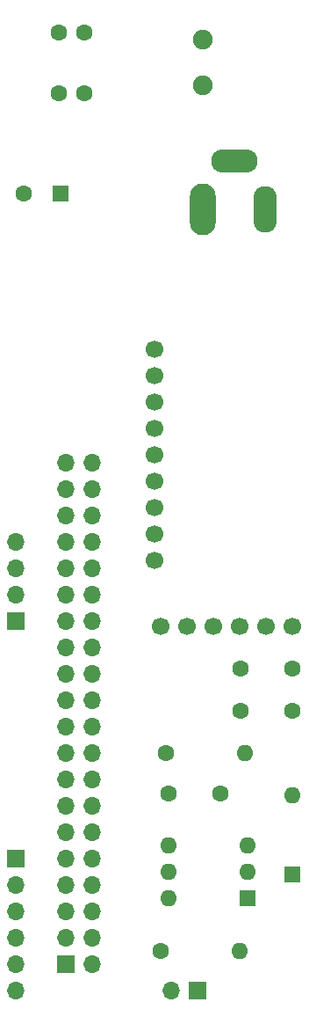
<source format=gts>
%TF.GenerationSoftware,KiCad,Pcbnew,5.99.0+really5.1.9+dfsg1-1*%
%TF.CreationDate,2021-05-09T00:21:48+10:00*%
%TF.ProjectId,minisynth32,6d696e69-7379-46e7-9468-33322e6b6963,1.0*%
%TF.SameCoordinates,Original*%
%TF.FileFunction,Soldermask,Top*%
%TF.FilePolarity,Negative*%
%FSLAX46Y46*%
G04 Gerber Fmt 4.6, Leading zero omitted, Abs format (unit mm)*
G04 Created by KiCad (PCBNEW 5.99.0+really5.1.9+dfsg1-1) date 2021-05-09 00:21:48*
%MOMM*%
%LPD*%
G01*
G04 APERTURE LIST*
%ADD10C,1.905000*%
%ADD11C,1.600200*%
%ADD12O,1.700000X1.700000*%
%ADD13R,1.700000X1.700000*%
%ADD14O,4.500000X2.250000*%
%ADD15O,2.250000X4.500000*%
%ADD16O,2.500000X5.000000*%
%ADD17C,1.700000*%
%ADD18O,1.600000X1.600000*%
%ADD19R,1.600000X1.600000*%
%ADD20C,1.600000*%
G04 APERTURE END LIST*
D10*
%TO.C,SW2*%
X150114000Y-47688500D03*
X150114000Y-52082700D03*
D11*
X138684000Y-46939200D03*
X136194800Y-46939200D03*
X138684000Y-52832000D03*
X136194800Y-52832000D03*
%TD*%
D12*
%TO.C,J5*%
X147066000Y-139192000D03*
D13*
X149606000Y-139192000D03*
%TD*%
D12*
%TO.C,J4*%
X132080000Y-96012000D03*
X132080000Y-98552000D03*
X132080000Y-101092000D03*
D13*
X132080000Y-103632000D03*
%TD*%
D14*
%TO.C,J3*%
X153114000Y-59308000D03*
D15*
X156114000Y-64008000D03*
D16*
X150114000Y-64008000D03*
%TD*%
D12*
%TO.C,J1*%
X132080000Y-139192000D03*
X132080000Y-136652000D03*
X132080000Y-134112000D03*
X132080000Y-131572000D03*
X132080000Y-129032000D03*
D13*
X132080000Y-126492000D03*
%TD*%
D17*
%TO.C,A1*%
X158750000Y-104140000D03*
X156210000Y-104140000D03*
X153670000Y-104140000D03*
X151130000Y-104140000D03*
X148590000Y-104140000D03*
X146050000Y-104140000D03*
X145415000Y-77470000D03*
X145415000Y-80010000D03*
X145415000Y-82550000D03*
X145415000Y-85090000D03*
X145415000Y-87630000D03*
X145415000Y-90170000D03*
X145415000Y-92710000D03*
X145415000Y-95250000D03*
X145415000Y-97790000D03*
%TD*%
D18*
%TO.C,U1*%
X146812000Y-130302000D03*
X154432000Y-125222000D03*
X146812000Y-127762000D03*
X154432000Y-127762000D03*
X146812000Y-125222000D03*
D19*
X154432000Y-130302000D03*
%TD*%
D18*
%TO.C,R2*%
X153670000Y-135382000D03*
D20*
X146050000Y-135382000D03*
%TD*%
D18*
%TO.C,R1*%
X154178000Y-116332000D03*
D20*
X146558000Y-116332000D03*
%TD*%
D12*
%TO.C,J2*%
X139446000Y-88392000D03*
X136906000Y-88392000D03*
X139446000Y-90932000D03*
X136906000Y-90932000D03*
X139446000Y-93472000D03*
X136906000Y-93472000D03*
X139446000Y-96012000D03*
X136906000Y-96012000D03*
X139446000Y-98552000D03*
X136906000Y-98552000D03*
X139446000Y-101092000D03*
X136906000Y-101092000D03*
X139446000Y-103632000D03*
X136906000Y-103632000D03*
X139446000Y-106172000D03*
X136906000Y-106172000D03*
X139446000Y-108712000D03*
X136906000Y-108712000D03*
X139446000Y-111252000D03*
X136906000Y-111252000D03*
X139446000Y-113792000D03*
X136906000Y-113792000D03*
X139446000Y-116332000D03*
X136906000Y-116332000D03*
X139446000Y-118872000D03*
X136906000Y-118872000D03*
X139446000Y-121412000D03*
X136906000Y-121412000D03*
X139446000Y-123952000D03*
X136906000Y-123952000D03*
X139446000Y-126492000D03*
X136906000Y-126492000D03*
X139446000Y-129032000D03*
X136906000Y-129032000D03*
X139446000Y-131572000D03*
X136906000Y-131572000D03*
X139446000Y-134112000D03*
X136906000Y-134112000D03*
X139446000Y-136652000D03*
D13*
X136906000Y-136652000D03*
%TD*%
D18*
%TO.C,D1*%
X158750000Y-120396000D03*
D19*
X158750000Y-128016000D03*
%TD*%
D20*
%TO.C,C4*%
X153750000Y-112268000D03*
X158750000Y-112268000D03*
%TD*%
%TO.C,C3*%
X153750000Y-108204000D03*
X158750000Y-108204000D03*
%TD*%
%TO.C,C2*%
X151812000Y-120222000D03*
X146812000Y-120222000D03*
%TD*%
%TO.C,C1*%
X132842000Y-62484000D03*
D19*
X136342000Y-62484000D03*
%TD*%
M02*

</source>
